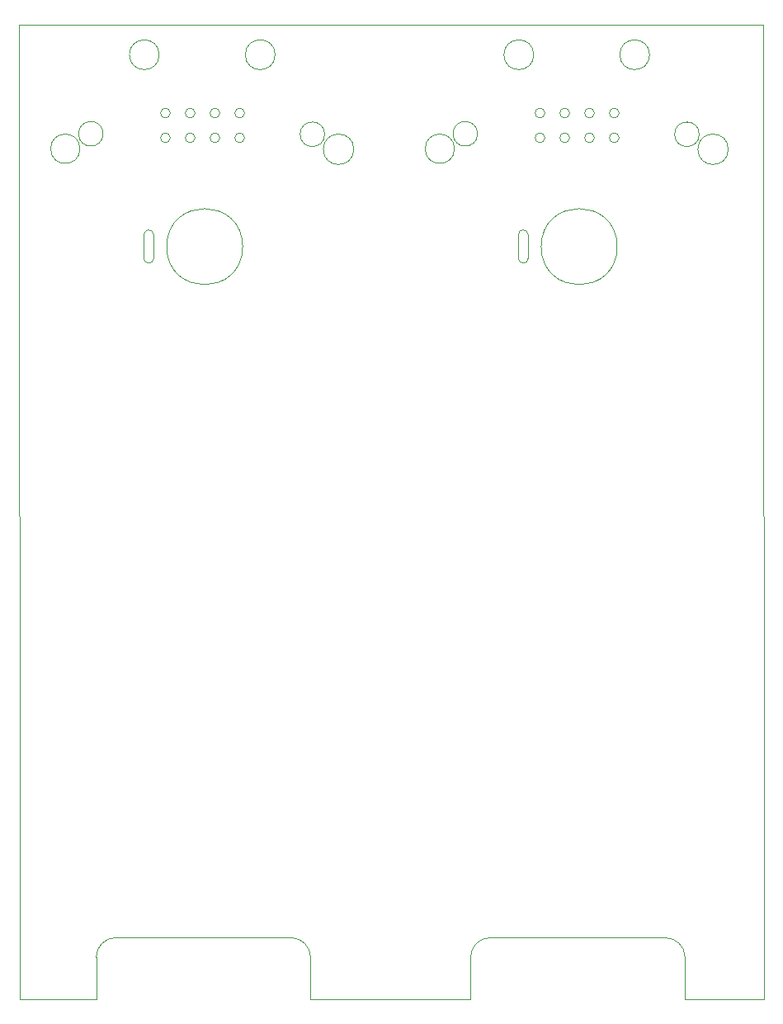
<source format=gm1>
G04 #@! TF.GenerationSoftware,KiCad,Pcbnew,7.0.1*
G04 #@! TF.CreationDate,2023-11-25T15:53:11+01:00*
G04 #@! TF.ProjectId,Spotify_controller_nutzen,53706f74-6966-4795-9f63-6f6e74726f6c,rev?*
G04 #@! TF.SameCoordinates,Original*
G04 #@! TF.FileFunction,Profile,NP*
%FSLAX46Y46*%
G04 Gerber Fmt 4.6, Leading zero omitted, Abs format (unit mm)*
G04 Created by KiCad (PCBNEW 7.0.1) date 2023-11-25 15:53:11*
%MOMM*%
%LPD*%
G01*
G04 APERTURE LIST*
G04 #@! TA.AperFunction,Profile*
%ADD10C,0.100000*%
G04 #@! TD*
G04 #@! TA.AperFunction,Profile*
%ADD11C,0.050000*%
G04 #@! TD*
G04 APERTURE END LIST*
D10*
X104730000Y-142500000D02*
X96630000Y-142500000D01*
X66790000Y-142500000D02*
X74630000Y-142500000D01*
X104670000Y-42500000D02*
X66730000Y-42500000D01*
X74630000Y-142500000D02*
X74630000Y-138200000D01*
X104730000Y-142500000D02*
X104670000Y-42500000D01*
X94630000Y-136200000D02*
X76630000Y-136200000D01*
X96630000Y-142500000D02*
X96630000Y-138200000D01*
X96630000Y-138200000D02*
G75*
G03*
X94630000Y-136200000I-1999999J1D01*
G01*
X76630000Y-136200000D02*
G75*
G03*
X74630000Y-138200000I-1J-1999999D01*
G01*
X66730000Y-42500000D02*
X28300000Y-42500000D01*
X28300000Y-42500000D02*
X28360000Y-142500000D01*
X66790000Y-142500000D02*
X58200000Y-142500000D01*
X56200000Y-136200000D02*
X38200000Y-136200000D01*
X28360000Y-142500000D02*
X36200000Y-142500000D01*
X36200000Y-142500000D02*
X36200000Y-138200000D01*
X58200000Y-142500000D02*
X58200000Y-138200000D01*
X58200000Y-138200000D02*
G75*
G03*
X56200000Y-136200000I-2000000J0D01*
G01*
X38200000Y-136200000D02*
G75*
G03*
X36200000Y-138200000I0J-2000000D01*
G01*
D11*
X101067337Y-55297400D02*
G75*
G03*
X101067337Y-55297400I-1560337J0D01*
G01*
X98085562Y-53759400D02*
G75*
G03*
X98085562Y-53759400I-1260962J0D01*
G01*
X92993427Y-45597400D02*
G75*
G03*
X92993427Y-45597400I-1528227J0D01*
G01*
X89857000Y-54127400D02*
G75*
G03*
X89857000Y-54127400I-500000J0D01*
G01*
X89857000Y-51587400D02*
G75*
G03*
X89857000Y-51587400I-500000J0D01*
G01*
X87317000Y-54127400D02*
G75*
G03*
X87317000Y-54127400I-500000J0D01*
G01*
X87317000Y-51587400D02*
G75*
G03*
X87317000Y-51587400I-500000J0D01*
G01*
X84777000Y-54127400D02*
G75*
G03*
X84777000Y-54127400I-500000J0D01*
G01*
X84777000Y-51587400D02*
G75*
G03*
X84777000Y-51587400I-500000J0D01*
G01*
X82237000Y-54127400D02*
G75*
G03*
X82237000Y-54127400I-500000J0D01*
G01*
X82237000Y-51587400D02*
G75*
G03*
X82237000Y-51587400I-500000J0D01*
G01*
X81102000Y-45597400D02*
G75*
G03*
X81102000Y-45597400I-1528227J0D01*
G01*
X75344388Y-53708493D02*
G75*
G03*
X75344388Y-53708493I-1260612J0D01*
G01*
X72969367Y-55246493D02*
G75*
G03*
X72969367Y-55246493I-1503191J0D01*
G01*
X80537600Y-66469200D02*
X80537600Y-64081600D01*
X79521600Y-64081600D02*
X79521600Y-66469200D01*
X79521600Y-66469200D02*
G75*
G03*
X80537600Y-66469200I508000J0D01*
G01*
X80537600Y-64081600D02*
G75*
G03*
X79521600Y-64081600I-508000J0D01*
G01*
X89670000Y-65290000D02*
G75*
G03*
X89670000Y-65290000I-3900000J0D01*
G01*
X42107600Y-66469200D02*
X42107600Y-64081600D01*
X41091600Y-64081600D02*
X41091600Y-66469200D01*
X41091600Y-66469200D02*
G75*
G03*
X42107600Y-66469200I508000J0D01*
G01*
X42107600Y-64081600D02*
G75*
G03*
X41091600Y-64081600I-508000J0D01*
G01*
X51240000Y-65290000D02*
G75*
G03*
X51240000Y-65290000I-3900000J0D01*
G01*
X62637337Y-55297400D02*
G75*
G03*
X62637337Y-55297400I-1560337J0D01*
G01*
X59655562Y-53759400D02*
G75*
G03*
X59655562Y-53759400I-1260962J0D01*
G01*
X54563427Y-45597400D02*
G75*
G03*
X54563427Y-45597400I-1528227J0D01*
G01*
X51427000Y-54127400D02*
G75*
G03*
X51427000Y-54127400I-500000J0D01*
G01*
X51427000Y-51587400D02*
G75*
G03*
X51427000Y-51587400I-500000J0D01*
G01*
X48887000Y-54127400D02*
G75*
G03*
X48887000Y-54127400I-500000J0D01*
G01*
X48887000Y-51587400D02*
G75*
G03*
X48887000Y-51587400I-500000J0D01*
G01*
X46347000Y-54127400D02*
G75*
G03*
X46347000Y-54127400I-500000J0D01*
G01*
X46347000Y-51587400D02*
G75*
G03*
X46347000Y-51587400I-500000J0D01*
G01*
X43807000Y-54127400D02*
G75*
G03*
X43807000Y-54127400I-500000J0D01*
G01*
X43807000Y-51587400D02*
G75*
G03*
X43807000Y-51587400I-500000J0D01*
G01*
X42672000Y-45597400D02*
G75*
G03*
X42672000Y-45597400I-1528227J0D01*
G01*
X36914388Y-53708493D02*
G75*
G03*
X36914388Y-53708493I-1260612J0D01*
G01*
X34539367Y-55246493D02*
G75*
G03*
X34539367Y-55246493I-1503191J0D01*
G01*
M02*

</source>
